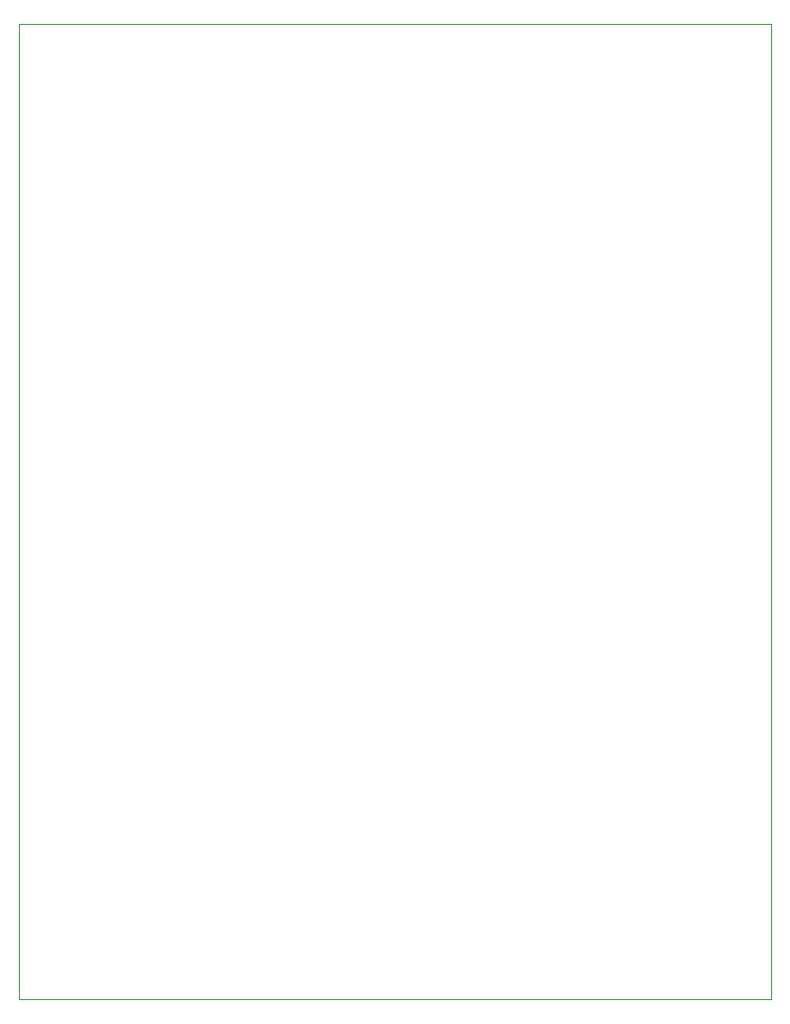
<source format=gko>
G04 Generated by Ultiboard 14.1 *
%FSLAX25Y25*%
%MOIN*%

%ADD10C,0.00001*%
%ADD11C,0.00004*%


G04 ColorRGB 00FFFF for the following layer *
%LNBoard Outline*%
%LPD*%
G54D10*
G54D11*
X0Y31D02*
X251969Y31D01*
X251969Y326803D01*
X0Y326803D01*
X0Y31D01*

M02*

</source>
